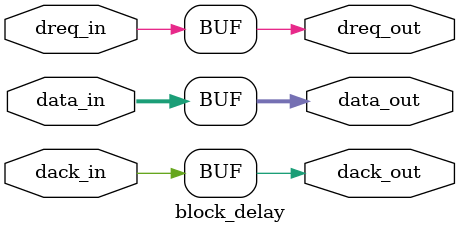
<source format=v>
module block_delay(dreq_in,dack_in,data_in,
data_out,dreq_out,dack_out);
  parameter data_width = 3;
  input dreq_in;
  input dack_in;
  input [data_width-1:0]data_in;
  output reg [data_width-1:0]data_out;
  output reg dreq_out;
  output reg dack_out;
  always@(*)
  begin 
    #3;
	dreq_out<=dreq_in;
	dack_out<=dack_in;
	data_out<=data_in;
  end
endmodule

</source>
